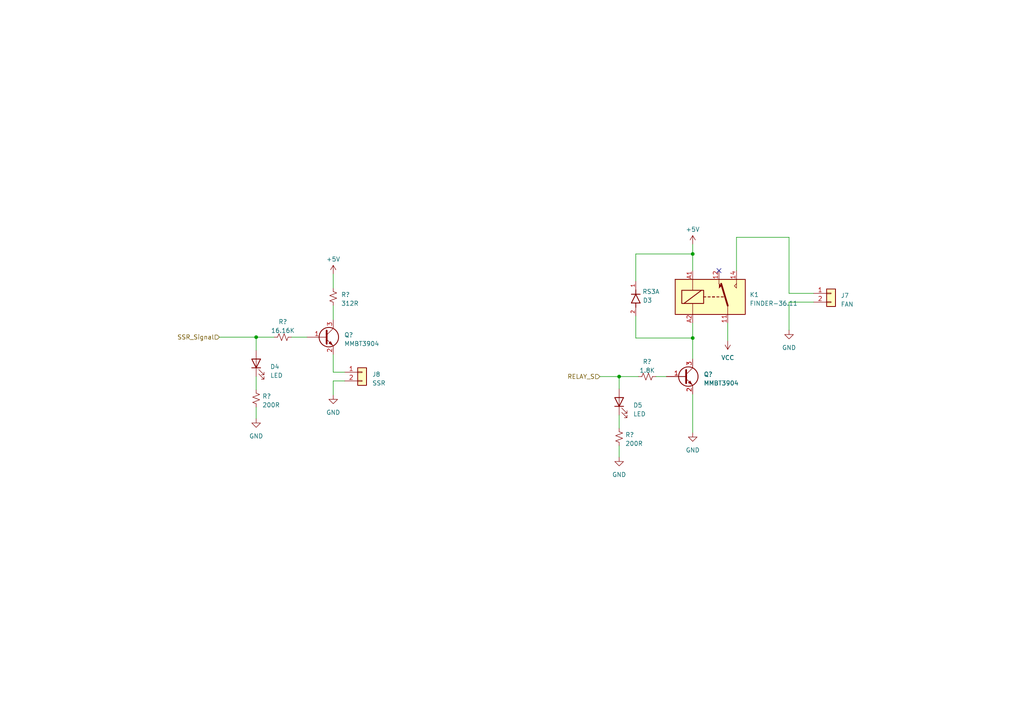
<source format=kicad_sch>
(kicad_sch (version 20230121) (generator eeschema)
  (paper "A4")
  (lib_symbols
    (symbol "Connector_Generic:Conn_01x02" (pin_names (offset 1.016) hide)
      (property "Reference" "J" (at 0 2.54 0))
      (property "Value" "Conn_01x02" (at 0 -5.08 0))
      (symbol "Conn_01x02_1_1"
        (rectangle (start -1.27 -2.413) (end 0 -2.667) (stroke (width 0.1524)))
        (rectangle (start -1.27 0.127) (end 0 -0.127) (stroke (width 0.1524)))
        (rectangle (start -1.27 1.27) (end 1.27 -3.81) (stroke (width 0.254)) (fill (type background)))
        (pin passive line (at -5.08 0 0) (length 3.81) (name "Pin_1") (number "1"))
        (pin passive line (at -5.08 -2.54 0) (length 3.81) (name "Pin_2") (number "2"))
      )
    )
    (symbol "Device:LED" (pin_numbers hide) (pin_names (offset 1.016) hide)
      (property "Reference" "D" (at 0 2.54 0))
      (property "Value" "LED" (at 0 -2.54 0))
      (symbol "LED_0_1"
        (polyline (pts (xy -1.27 -1.27) (xy -1.27 1.27)) (stroke (width 0.254)))
        (polyline (pts (xy -1.27 0) (xy 1.27 0)))
        (polyline (pts (xy 1.27 -1.27) (xy 1.27 1.27) (xy -1.27 0) (xy 1.27 -1.27)) (stroke (width 0.254)))
        (polyline (pts (xy -3.048 -0.762) (xy -4.572 -2.286) (xy -3.81 -2.286) (xy -4.572 -2.286) (xy -4.572 -1.524)))
        (polyline (pts (xy -1.778 -0.762) (xy -3.302 -2.286) (xy -2.54 -2.286) (xy -3.302 -2.286) (xy -3.302 -1.524)))
      )
      (symbol "LED_1_1"
        (pin passive line (at -3.81 0 0) (length 2.54) (name "K") (number "1"))
        (pin passive line (at 3.81 0 180) (length 2.54) (name "A") (number "2"))
      )
    )
    (symbol "Device:R_Small_US" (pin_numbers hide) (pin_names (offset 0.254) hide)
      (property "Reference" "R" (at 0.762 0.508 0))
      (property "Value" "R_Small_US" (at 0.762 -1.016 0))
      (symbol "R_Small_US_1_1"
        (polyline (pts (xy 0 0) (xy 1.016 -0.381) (xy 0 -0.762) (xy -1.016 -1.143) (xy 0 -1.524)))
        (polyline (pts (xy 0 1.524) (xy 1.016 1.143) (xy 0 0.762) (xy -1.016 0.381) (xy 0 0)))
        (pin passive line (at 0 2.54 270) (length 1.016) (name "~") (number "1"))
        (pin passive line (at 0 -2.54 90) (length 1.016) (name "~") (number "2"))
      )
    )
    (symbol "Diode:RS3A" (pin_names (offset 1.016))
      (property "Reference" "D3" (at 2.032 0.635 90))
      (property "Value" "RS3A" (at 2.032 -1.905 90))
      (symbol "RS3A_0_0"
        (polyline (pts (xy -2.54 0) (xy -1.27 0)) (stroke (width 0.254)))
        (polyline (pts (xy -1.27 -1.27) (xy 1.27 0)) (stroke (width 0.254)))
        (polyline (pts (xy -1.27 0) (xy -1.27 -1.27)) (stroke (width 0.254)))
        (polyline (pts (xy -1.27 1.27) (xy -1.27 0)) (stroke (width 0.254)))
        (polyline (pts (xy 1.27 0) (xy -1.27 1.27)) (stroke (width 0.254)))
        (polyline (pts (xy 1.27 0) (xy 1.27 -1.27)) (stroke (width 0.254)))
        (polyline (pts (xy 1.27 0) (xy 2.54 0)) (stroke (width 0.254)))
        (polyline (pts (xy 1.27 1.27) (xy 1.27 0)) (stroke (width 0.254)))
      )
      (symbol "RS3A_1_0"
        (pin passive line (at 5.08 0 180) (length 2.54) (name "~") (number "1"))
        (pin passive line (at -5.08 0 0) (length 2.54) (name "~") (number "2"))
      )
    )
    (symbol "Relay:FINDER-36.11"
      (property "Reference" "K" (at 11.43 3.81 0))
      (property "Value" "FINDER-36.11" (at 11.43 1.27 0))
      (symbol "FINDER-36.11_0_0"
        (polyline (pts (xy 2.54 3.81) (xy 2.54 5.08)))
        (polyline (pts (xy 7.62 3.81) (xy 7.62 5.08)))
        (polyline (pts (xy 7.62 3.81) (xy 7.62 2.54) (xy 6.985 3.175) (xy 7.62 3.81)))
      )
      (symbol "FINDER-36.11_0_1"
        (rectangle (start -10.16 5.08) (end 10.16 -5.08) (stroke (width 0.254)) (fill (type background)))
        (rectangle (start -8.255 1.905) (end -1.905 -1.905) (stroke (width 0.254)))
        (polyline (pts (xy -7.62 -1.905) (xy -2.54 1.905)) (stroke (width 0.254)))
        (polyline (pts (xy -5.08 -5.08) (xy -5.08 -1.905)))
        (polyline (pts (xy -5.08 5.08) (xy -5.08 1.905)))
        (polyline (pts (xy -1.905 0) (xy -1.27 0)) (stroke (width 0.254)))
        (polyline (pts (xy -0.635 0) (xy 0 0)) (stroke (width 0.254)))
        (polyline (pts (xy 0.635 0) (xy 1.27 0)) (stroke (width 0.254)))
        (polyline (pts (xy 0.635 0) (xy 1.27 0)) (stroke (width 0.254)))
        (polyline (pts (xy 1.905 0) (xy 2.54 0)) (stroke (width 0.254)))
        (polyline (pts (xy 3.175 0) (xy 3.81 0)) (stroke (width 0.254)))
        (polyline (pts (xy 5.08 -2.54) (xy 3.175 3.81)) (stroke (width 0.508)))
        (polyline (pts (xy 5.08 -2.54) (xy 5.08 -5.08)))
        (polyline (pts (xy 2.54 2.54) (xy 3.175 3.175) (xy 2.54 3.81)) (fill (type outline)))
      )
      (symbol "FINDER-36.11_1_1"
        (pin passive line (at 5.08 -7.62 90) (length 2.54) (name "~") (number "11"))
        (pin passive line (at 2.54 7.62 270) (length 2.54) (name "~") (number "12"))
        (pin passive line (at 7.62 7.62 270) (length 2.54) (name "~") (number "14"))
        (pin passive line (at -5.08 7.62 270) (length 2.54) (name "~") (number "A1"))
        (pin passive line (at -5.08 -7.62 90) (length 2.54) (name "~") (number "A2"))
      )
    )
    (symbol "Transistor_BJT:MMBT3904" (pin_names (offset 0) hide)
      (property "Reference" "Q" (at 5.08 1.905 0))
      (property "Value" "MMBT3904" (at 5.08 0 0))
      (symbol "MMBT3904_0_1"
        (polyline (pts (xy 0.635 0.635) (xy 2.54 2.54)))
        (polyline (pts (xy 0.635 -0.635) (xy 2.54 -2.54) (xy 2.54 -2.54)))
        (polyline (pts (xy 0.635 1.905) (xy 0.635 -1.905) (xy 0.635 -1.905)) (stroke (width 0.508)))
        (polyline (pts (xy 1.27 -1.778) (xy 1.778 -1.27) (xy 2.286 -2.286) (xy 1.27 -1.778) (xy 1.27 -1.778)) (fill (type outline)))
        (circle (center 1.27 0) (radius 2.8194) (stroke (width 0.254)))
      )
      (symbol "MMBT3904_1_1"
        (pin input line (at -5.08 0 0) (length 5.715) (name "B") (number "1"))
        (pin passive line (at 2.54 -5.08 90) (length 2.54) (name "E") (number "2"))
        (pin passive line (at 2.54 5.08 270) (length 2.54) (name "C") (number "3"))
      )
    )
    (symbol "power:+5V" (power) (pin_names (offset 0))
      (property "Value" "+5V" (at 0 3.556 0))
      (symbol "+5V_0_1"
        (polyline (pts (xy -0.762 1.27) (xy 0 2.54)))
        (polyline (pts (xy 0 0) (xy 0 2.54)))
        (polyline (pts (xy 0 2.54) (xy 0.762 1.27)))
      )
      (symbol "+5V_1_1"
        (pin power_in line (at 0 0 90) (length 0) hide (name "+5V") (number "1"))
      )
    )
    (symbol "power:GND" (power) (pin_names (offset 0))
      (property "Value" "GND" (at 0 -3.81 0))
      (symbol "GND_0_1"
        (polyline (pts (xy 0 0) (xy 0 -1.27) (xy 1.27 -1.27) (xy 0 -2.54) (xy -1.27 -1.27) (xy 0 -1.27)))
      )
      (symbol "GND_1_1"
        (pin power_in line (at 0 0 270) (length 0) hide (name "GND") (number "1"))
      )
    )
    (symbol "power:VCC" (power) (pin_names (offset 0))
      (property "Value" "VCC" (at 0 3.81 0))
      (symbol "VCC_0_1"
        (polyline (pts (xy -0.762 1.27) (xy 0 2.54)))
        (polyline (pts (xy 0 0) (xy 0 2.54)))
        (polyline (pts (xy 0 2.54) (xy 0.762 1.27)))
      )
      (symbol "VCC_1_1"
        (pin power_in line (at 0 0 90) (length 0) hide (name "VCC") (number "1"))
      )
    )
  )
  (junction (at 74.295 97.79))
  (junction (at 179.578 109.22))
  (junction (at 200.914 73.66))
  (junction (at 200.914 98.044))
  (no_connect (at 208.534 78.486))
  (wire (pts (xy 228.854 87.63) (xy 235.966 87.63)))
  (wire (pts (xy 173.99 109.22) (xy 179.578 109.22)))
  (wire (pts (xy 228.854 85.09) (xy 228.854 68.834)))
  (wire (pts (xy 179.578 109.22) (xy 179.578 112.776)))
  (wire (pts (xy 74.295 97.79) (xy 79.502 97.79)))
  (wire (pts (xy 200.914 70.866) (xy 200.914 73.66)))
  (wire (pts (xy 96.647 88.646) (xy 96.647 92.71)))
  (wire (pts (xy 184.404 91.694) (xy 184.404 98.044)))
  (wire (pts (xy 74.295 118.11) (xy 74.295 121.412)))
  (wire (pts (xy 63.627 97.79) (xy 74.295 97.79)))
  (wire (pts (xy 96.647 110.49) (xy 99.949 110.49)))
  (wire (pts (xy 179.578 120.396) (xy 179.578 124.206)))
  (wire (pts (xy 228.854 68.834) (xy 213.614 68.834)))
  (wire (pts (xy 213.614 68.834) (xy 213.614 78.486)))
  (wire (pts (xy 99.949 107.95) (xy 96.647 107.95)))
  (wire (pts (xy 235.966 85.09) (xy 228.854 85.09)))
  (wire (pts (xy 96.647 114.554) (xy 96.647 110.49)))
  (wire (pts (xy 96.647 107.95) (xy 96.647 102.87)))
  (wire (pts (xy 200.914 93.726) (xy 200.914 98.044)))
  (wire (pts (xy 200.914 73.66) (xy 200.914 78.486)))
  (wire (pts (xy 74.295 97.79) (xy 74.295 101.6)))
  (wire (pts (xy 84.582 97.79) (xy 89.027 97.79)))
  (wire (pts (xy 200.914 114.3) (xy 200.914 125.476)))
  (wire (pts (xy 96.647 79.502) (xy 96.647 83.566)))
  (wire (pts (xy 211.074 93.726) (xy 211.074 98.806)))
  (wire (pts (xy 184.404 81.534) (xy 184.404 73.66)))
  (wire (pts (xy 179.578 129.286) (xy 179.578 132.588)))
  (wire (pts (xy 179.578 109.22) (xy 185.166 109.22)))
  (wire (pts (xy 74.295 109.22) (xy 74.295 113.03)))
  (wire (pts (xy 228.854 95.758) (xy 228.854 87.63)))
  (wire (pts (xy 184.404 98.044) (xy 200.914 98.044)))
  (wire (pts (xy 200.914 98.044) (xy 200.914 104.14)))
  (wire (pts (xy 184.404 73.66) (xy 200.914 73.66)))
  (wire (pts (xy 190.246 109.22) (xy 193.294 109.22)))
  (hierarchical_label "SSR_Signal" (shape input) (at 63.627 97.79 180))
  (hierarchical_label "RELAY_S" (shape input) (at 173.99 109.22 180))
  (symbol (lib_id "Connector_Generic:Conn_01x02") (at 241.046 85.09 0) (unit 1)
    (property "Reference" "J7" (at 243.84 85.725 0) (effects (justify left)))
    (property "Value" "FAN" (at 243.84 88.265 0) (effects (justify left)))
    (property "Footprint" "Connector_JST:JST_XH_B2B-XH-A_1x02_P2.50mm_Vertical" (effects hide))
  )
  (symbol (lib_id "Transistor_BJT:MMBT3904") (at 94.107 97.79 0) (unit 1)
    (property "Reference" "Q?" (at 99.822 97.155 0) (effects (justify left)))
    (property "Value" "MMBT3904" (at 99.822 99.695 0) (effects (justify left)))
    (property "Footprint" "Package_TO_SOT_SMD:SOT-23" (effects hide))
    (property "Datasheet" "https://www.onsemi.com/pub/Collateral/2N3903-D.PDF" (effects hide))
    (instances (project "A10102-V2" (path "" (reference "Q?") (unit 1)) (path "" (reference "Q1") (unit 1))))
  )
  (symbol (lib_id "Connector_Generic:Conn_01x02") (at 105.029 107.95 0) (unit 1)
    (property "Reference" "J8" (at 107.95 108.585 0) (effects (justify left)))
    (property "Value" "SSR" (at 107.95 111.125 0) (effects (justify left)))
    (property "Footprint" "Connector_JST:JST_XH_B2B-XH-A_1x02_P2.50mm_Vertical" (effects hide))
  )
  (symbol (lib_id "Device:R_Small_US") (at 82.042 97.79 90) (unit 1)
    (property "Reference" "R?" (at 82.042 93.345 90))
    (property "Value" "16.16K" (at 82.042 95.885 90))
    (property "Footprint" "Resistor_SMD:R_0603_1608Metric_Pad0.98x0.95mm_HandSolder" (effects hide))
    (instances (project "A10102-V2" (path "" (reference "R?") (unit 1)) (path "" (reference "R7") (unit 1))))
  )
  (symbol (lib_id "power:GND") (at 96.647 114.554 0) (unit 1)
    (property "Reference" "#PWR?" (effects hide))
    (property "Value" "GND" (at 96.647 119.634 0))
    (instances (project "A10102-V2" (path "" (reference "#PWR?") (unit 1)) (path "" (reference "#PWR043") (unit 1))))
  )
  (symbol (lib_id "power:GND") (at 179.578 132.588 0) (unit 1)
    (property "Reference" "#PWR?" (effects hide))
    (property "Value" "GND" (at 179.578 137.668 0))
    (instances (project "A10102-V2" (path "" (reference "#PWR?") (unit 1)) (path "" (reference "#PWR046") (unit 1))))
  )
  (symbol (lib_id "Relay:FINDER-36.11") (at 205.994 86.106 0) (unit 1)
    (property "Reference" "K1" (at 217.424 85.471 0) (effects (justify left)))
    (property "Value" "FINDER-36.11" (at 217.424 88.011 0) (effects (justify left)))
    (property "Footprint" "Relay_THT:Relay_SPDT_Finder_36.11" (effects hide))
    (property "Datasheet" "https://gfinder.findernet.com/public/attachments/36/EN/S36EN.pdf" (effects hide))
  )
  (symbol (lib_id "Device:R_Small_US") (at 187.706 109.22 90) (unit 1)
    (property "Reference" "R?" (at 187.706 104.902 90))
    (property "Value" "1.8K" (at 187.706 107.442 90))
    (property "Footprint" "Resistor_SMD:R_0603_1608Metric_Pad0.98x0.95mm_HandSolder" (effects hide))
    (instances (project "A10102-V2" (path "" (reference "R?") (unit 1)) (path "" (reference "R8") (unit 1))))
  )
  (symbol (lib_id "Device:LED") (at 179.578 116.586 90) (unit 1)
    (property "Reference" "D5" (at 183.642 117.5385 90) (effects (justify right)))
    (property "Value" "LED" (at 183.642 120.0785 90) (effects (justify right)))
    (property "Footprint" "LED_SMD:LED_0603_1608Metric_Pad1.05x0.95mm_HandSolder" (effects hide))
  )
  (symbol (lib_id "power:GND") (at 228.854 95.758 0) (unit 1)
    (property "Reference" "#PWR?" (effects hide))
    (property "Value" "GND" (at 228.854 100.838 0))
    (instances (project "A10102-V2" (path "" (reference "#PWR?") (unit 1)) (path "" (reference "#PWR041") (unit 1))))
  )
  (symbol (lib_id "Device:LED") (at 74.295 105.41 90) (unit 1)
    (property "Reference" "D4" (at 78.359 106.3625 90) (effects (justify right)))
    (property "Value" "LED" (at 78.359 108.9025 90) (effects (justify right)))
    (property "Footprint" "LED_SMD:LED_0603_1608Metric_Pad1.05x0.95mm_HandSolder" (effects hide))
  )
  (symbol (lib_id "power:+5V") (at 96.647 79.502 0) (unit 1)
    (property "Reference" "#PWR040" (effects hide))
    (property "Value" "+5V" (at 96.647 75.184 0))
  )
  (symbol (lib_id "power:GND") (at 200.914 125.476 0) (unit 1)
    (property "Reference" "#PWR?" (effects hide))
    (property "Value" "GND" (at 200.914 130.556 0))
    (instances (project "A10102-V2" (path "" (reference "#PWR?") (unit 1)) (path "" (reference "#PWR045") (unit 1))))
  )
  (symbol (lib_id "Diode:RS3A") (at 184.404 86.614 90) (unit 1)
    (property "Reference" "D3" (at 186.436 87.122 90) (effects (justify right)))
    (property "Value" "RS3A" (at 186.309 84.582 90) (effects (justify right)))
    (property "Footprint" "Diode_SMD:D_SMA_Handsoldering" (effects hide))
    (property "MF" "Taiwan Semiconductor" (effects hide))
    (property "MAXIMUM_PACKAGE_HEIGHT" "2.62 mm" (effects hide))
    (property "Package" "DO-214AB-2 Taiwan Semiconductor" (effects hide))
    (property "Price" "None" (effects hide))
    (property "Check_prices" "https://www.snapeda.com/parts/RS3A/Taiwan+Semiconductor/view-part/?ref=eda" (effects hide))
    (property "STANDARD" "IPC-7351B" (effects hide))
    (property "PARTREV" "L2102" (effects hide))
    (property "SnapEDA_Link" "https://www.snapeda.com/parts/RS3A/Taiwan+Semiconductor/view-part/?ref=snap" (effects hide))
    (property "MP" "RS3A" (effects hide))
    (property "Description" "\n3A, 50V - 1000V Fast Recovery Surface Mount Rectifier\n" (effects hide))
    (property "Availability" "In Stock" (effects hide))
    (property "MANUFACTURER" "Taiwan Semiconductor" (effects hide))
  )
  (symbol (lib_id "Transistor_BJT:MMBT3904") (at 198.374 109.22 0) (unit 1)
    (property "Reference" "Q?" (at 204.089 108.585 0) (effects (justify left)))
    (property "Value" "MMBT3904" (at 204.089 111.125 0) (effects (justify left)))
    (property "Footprint" "Package_TO_SOT_SMD:SOT-23" (effects hide))
    (property "Datasheet" "https://www.onsemi.com/pub/Collateral/2N3903-D.PDF" (effects hide))
    (instances (project "A10102-V2" (path "" (reference "Q?") (unit 1)) (path "" (reference "Q2") (unit 1))))
  )
  (symbol (lib_id "Device:R_Small_US") (at 74.295 115.57 180) (unit 1)
    (property "Reference" "R?" (at 76.073 114.935 0) (effects (justify right)))
    (property "Value" "200R" (at 76.073 117.475 0) (effects (justify right)))
    (property "Footprint" "Resistor_SMD:R_0603_1608Metric_Pad0.98x0.95mm_HandSolder" (effects hide))
    (instances (project "A10102-V2" (path "" (reference "R?") (unit 1)) (path "" (reference "R9") (unit 1))))
  )
  (symbol (lib_id "power:+5V") (at 200.914 70.866 0) (unit 1)
    (property "Reference" "#PWR039" (effects hide))
    (property "Value" "+5V" (at 200.914 66.548 0))
  )
  (symbol (lib_id "Device:R_Small_US") (at 179.578 126.746 180) (unit 1)
    (property "Reference" "R?" (at 181.356 126.111 0) (effects (justify right)))
    (property "Value" "200R" (at 181.356 128.651 0) (effects (justify right)))
    (property "Footprint" "Resistor_SMD:R_0603_1608Metric_Pad0.98x0.95mm_HandSolder" (effects hide))
    (instances (project "A10102-V2" (path "" (reference "R?") (unit 1)) (path "" (reference "R10") (unit 1))))
  )
  (symbol (lib_id "power:VCC") (at 211.074 98.806 180) (unit 1)
    (property "Reference" "#PWR042" (effects hide))
    (property "Value" "VCC" (at 211.074 103.759 0))
  )
  (symbol (lib_id "power:GND") (at 74.295 121.412 0) (unit 1)
    (property "Reference" "#PWR?" (effects hide))
    (property "Value" "GND" (at 74.295 126.492 0))
    (instances (project "A10102-V2" (path "" (reference "#PWR?") (unit 1)) (path "" (reference "#PWR044") (unit 1))))
  )
  (symbol (lib_id "Device:R_Small_US") (at 96.647 86.106 180) (unit 1)
    (property "Reference" "R?" (at 98.933 85.471 0) (effects (justify right)))
    (property "Value" "312R" (at 98.933 88.011 0) (effects (justify right)))
    (property "Footprint" "Resistor_SMD:R_0603_1608Metric_Pad0.98x0.95mm_HandSolder" (effects hide))
    (instances (project "A10102-V2" (path "" (reference "R?") (unit 1)) (path "" (reference "R6") (unit 1))))
  )
)
</source>
